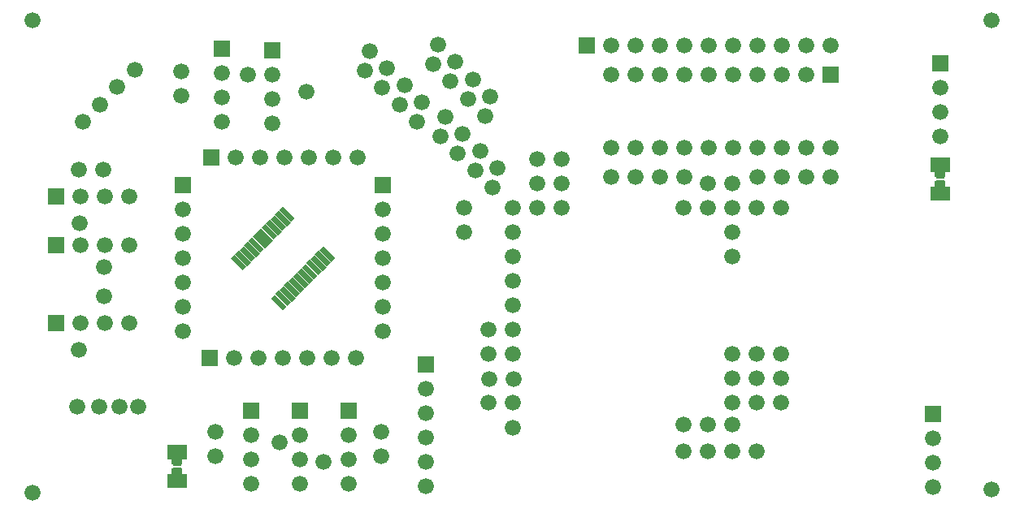
<source format=gts>
G04 start of page 6 for group -4063 idx -4063 *
G04 Title: (unknown), componentmask *
G04 Creator: pcb 20100929 *
G04 CreationDate: Mon Apr 28 19:31:08 2014 UTC *
G04 For: xpi *
G04 Format: Gerber/RS-274X *
G04 PCB-Dimensions: 400000 200000 *
G04 PCB-Coordinate-Origin: lower left *
%MOIN*%
%FSLAX25Y25*%
%LNFRONTMASK*%
%ADD11C,0.0200*%
%ADD28C,0.0660*%
%ADD29R,0.0257X0.0257*%
%ADD30R,0.0355X0.0355*%
%ADD31R,0.0572X0.0572*%
G54D28*X112500Y7000D03*
X132500D03*
X372000Y5500D03*
X164000Y6000D03*
G54D11*G36*
X368700Y38800D02*Y32200D01*
X375300D01*
Y38800D01*
X368700D01*
G37*
G54D28*X372000Y25500D03*
Y15500D03*
X164000Y16000D03*
G54D11*G36*
X371700Y182800D02*Y176200D01*
X378300D01*
Y182800D01*
X371700D01*
G37*
G54D28*X375000Y169500D03*
Y159500D03*
Y149500D03*
G54D11*G36*
X326700Y178300D02*Y171700D01*
X333300D01*
Y178300D01*
X326700D01*
G37*
G54D28*X320000Y175000D03*
X310000D03*
Y145000D03*
X320000D03*
X330000D03*
X300000Y175000D03*
X290000D03*
X280000D03*
X270000Y145000D03*
X280000D03*
X290000D03*
X300000D03*
X280000Y187000D03*
X290000D03*
X300000D03*
X310000D03*
X320000D03*
X330000D03*
X270000Y175000D03*
X260000D03*
Y187000D03*
X270000D03*
X240000Y175000D03*
Y145000D03*
X250000D03*
X260000D03*
X250000Y175000D03*
G54D11*G36*
X226700Y190300D02*Y183700D01*
X233300D01*
Y190300D01*
X226700D01*
G37*
G54D28*X240000Y187000D03*
X250000D03*
G54D11*G36*
X9200Y108300D02*Y101700D01*
X15800D01*
Y108300D01*
X9200D01*
G37*
G36*
Y128300D02*Y121700D01*
X15800D01*
Y128300D01*
X9200D01*
G37*
G54D28*X22500Y105000D03*
Y125000D03*
X32500Y105000D03*
Y125000D03*
X42500Y105000D03*
Y125000D03*
G54D11*G36*
X9200Y76300D02*Y69700D01*
X15800D01*
Y76300D01*
X9200D01*
G37*
G54D28*X22500Y73000D03*
X32500D03*
X42500D03*
X101000Y165000D03*
Y155000D03*
G54D11*G36*
X77200Y188800D02*Y182200D01*
X83800D01*
Y188800D01*
X77200D01*
G37*
G54D28*X80500Y175500D03*
G54D11*G36*
X97700Y188300D02*Y181700D01*
X104300D01*
Y188300D01*
X97700D01*
G37*
G54D28*X101000Y175000D03*
X80500Y165500D03*
Y155500D03*
G54D11*G36*
X72700Y144300D02*Y137700D01*
X79300D01*
Y144300D01*
X72700D01*
G37*
G54D28*X86000Y141000D03*
X96000D03*
X106000D03*
X116000D03*
X126000D03*
X136000D03*
G54D11*G36*
X143200Y132800D02*Y126200D01*
X149800D01*
Y132800D01*
X143200D01*
G37*
G54D28*X146500Y119500D03*
Y109500D03*
Y99500D03*
G54D11*G36*
X61200Y132800D02*Y126200D01*
X67800D01*
Y132800D01*
X61200D01*
G37*
G54D28*X64500Y119500D03*
Y109500D03*
Y99500D03*
Y89500D03*
Y79500D03*
Y69500D03*
G54D11*G36*
X72200Y61800D02*Y55200D01*
X78800D01*
Y61800D01*
X72200D01*
G37*
G54D28*X85500Y58500D03*
X95500D03*
G54D11*G36*
X89200Y40300D02*Y33700D01*
X95800D01*
Y40300D01*
X89200D01*
G37*
G54D28*X92500Y27000D03*
Y17000D03*
Y7000D03*
X146500Y89500D03*
Y79500D03*
G54D11*G36*
X160700Y59300D02*Y52700D01*
X167300D01*
Y59300D01*
X160700D01*
G37*
G54D28*X164000Y46000D03*
X146500Y69500D03*
X125500Y58500D03*
X135500D03*
G54D11*G36*
X129200Y40300D02*Y33700D01*
X135800D01*
Y40300D01*
X129200D01*
G37*
G54D28*X132500Y27000D03*
X105500Y58500D03*
X115500D03*
G54D11*G36*
X109200Y40300D02*Y33700D01*
X115800D01*
Y40300D01*
X109200D01*
G37*
G54D28*X112500Y27000D03*
Y17000D03*
X132500D03*
X164000Y36000D03*
Y26000D03*
X396254Y197196D03*
Y4696D03*
X2754Y3196D03*
Y197196D03*
X21938Y135931D03*
X23414Y155636D03*
X31938Y135931D03*
X30485Y162707D03*
X22000Y114000D03*
X32000Y96000D03*
Y84000D03*
X21938Y61931D03*
X21151Y38627D03*
X30222Y38556D03*
X104000Y24000D03*
X122000Y16000D03*
X145931Y28062D03*
Y18062D03*
X77931Y28062D03*
Y18062D03*
X46000Y38500D03*
X141151Y184627D03*
X289931Y110062D03*
Y100062D03*
Y120062D03*
Y130062D03*
X279931D03*
Y120062D03*
X269931D03*
X299931D03*
X309931D03*
X240000Y133000D03*
X270000D03*
X260000D03*
X250000D03*
X330000D03*
X320000D03*
X310000D03*
X300000D03*
X299931Y50062D03*
X289931Y60062D03*
X309931Y50062D03*
Y60062D03*
X299931D03*
X269899Y31061D03*
X269931Y20062D03*
X279899Y31061D03*
X289931Y50062D03*
X299931Y40062D03*
X309931D03*
X289899Y31061D03*
Y40061D03*
X289931Y20062D03*
X299931D03*
X279931D03*
X38500Y38500D03*
X199884Y29948D03*
X199899Y40061D03*
X189899D03*
X199931Y90062D03*
Y80062D03*
Y60062D03*
Y70062D03*
X199965Y50038D03*
X189931Y60062D03*
Y70062D03*
X189965Y50038D03*
X91000Y175000D03*
X63931Y176062D03*
Y166062D03*
X37556Y169778D03*
X44627Y176849D03*
X115000Y168000D03*
X160364Y155414D03*
X153293Y162485D03*
X162364Y163414D03*
X170151Y149627D03*
X179222Y150556D03*
X172151Y157627D03*
X146222Y169556D03*
X139151Y176627D03*
X155293Y170485D03*
X148222Y177556D03*
X188364Y157914D03*
X181293Y164985D03*
X190364Y165914D03*
X183293Y172985D03*
X174222Y172056D03*
X167151Y179127D03*
X176222Y180056D03*
X169151Y187127D03*
X209931Y120062D03*
X199931D03*
Y110062D03*
X219931Y120062D03*
X179931D03*
X199931Y100062D03*
X179931Y110062D03*
X191364Y128414D03*
X184293Y135485D03*
X193364Y136414D03*
X209931Y130062D03*
X219931D03*
X209931Y140062D03*
X219931D03*
X177222Y142556D03*
X186293Y143485D03*
G54D11*G36*
X91136Y106444D02*X96018Y101561D01*
X94393Y99936D01*
X89510Y104818D01*
X91136Y106444D01*
G37*
G36*
X89326Y104634D02*X94209Y99753D01*
X92584Y98127D01*
X87701Y103008D01*
X89326Y104634D01*
G37*
G36*
X87517Y102825D02*X92399Y97942D01*
X90774Y96317D01*
X85891Y101199D01*
X87517Y102825D01*
G37*
G36*
X85707Y101015D02*X90590Y96134D01*
X88965Y94508D01*
X84082Y99389D01*
X85707Y101015D01*
G37*
G54D29*X61607Y12426D02*X62393D01*
X61607Y15574D02*X62393D01*
G54D30*X61508Y16559D02*X62492D01*
G54D31*X60819Y19905D02*X63181D01*
G54D30*X61508Y11441D02*X62492D01*
G54D31*X60819Y8095D02*X63181D01*
G54D11*G36*
X100183Y115491D02*X105065Y110608D01*
X103440Y108983D01*
X98557Y113865D01*
X100183Y115491D01*
G37*
G36*
X98374Y113681D02*X103256Y108798D01*
X101631Y107173D01*
X96748Y112055D01*
X98374Y113681D01*
G37*
G36*
X96564Y111872D02*X101446Y106989D01*
X99821Y105364D01*
X94938Y110246D01*
X96564Y111872D01*
G37*
G36*
X94755Y110063D02*X99637Y105180D01*
X98012Y103555D01*
X93129Y108437D01*
X94755Y110063D01*
G37*
G36*
X105612Y120919D02*X110493Y116036D01*
X108867Y114411D01*
X103986Y119294D01*
X105612Y120919D01*
G37*
G36*
X103802Y119110D02*X108684Y114227D01*
X107059Y112602D01*
X102176Y117484D01*
X103802Y119110D01*
G37*
G36*
X101993Y117300D02*X106874Y112417D01*
X105248Y110792D01*
X100367Y115675D01*
X101993Y117300D01*
G37*
G36*
X92946Y108253D02*X97828Y103370D01*
X96203Y101745D01*
X91320Y106627D01*
X92946Y108253D01*
G37*
G54D29*X374607Y130426D02*X375393D01*
X374607Y133574D02*X375393D01*
G54D30*X374508Y134559D02*X375492D01*
G54D31*X373819Y137905D02*X376181D01*
G54D30*X374508Y129441D02*X375492D01*
G54D31*X373819Y126095D02*X376181D01*
G54D11*G36*
X102133Y84591D02*X107014Y79708D01*
X105388Y78083D01*
X100507Y82966D01*
X102133Y84591D01*
G37*
G36*
X103942Y86400D02*X108824Y81517D01*
X107199Y79892D01*
X102316Y84774D01*
X103942Y86400D01*
G37*
G36*
X105752Y88210D02*X110633Y83327D01*
X109007Y81702D01*
X104126Y86585D01*
X105752Y88210D01*
G37*
G36*
X107561Y90019D02*X112443Y85136D01*
X110818Y83511D01*
X105935Y88393D01*
X107561Y90019D01*
G37*
G36*
X109370Y91829D02*X114252Y86946D01*
X112627Y85321D01*
X107744Y90203D01*
X109370Y91829D01*
G37*
G36*
X111180Y93638D02*X116062Y88755D01*
X114437Y87130D01*
X109554Y92012D01*
X111180Y93638D01*
G37*
G36*
X112989Y95447D02*X117871Y90564D01*
X116246Y88939D01*
X111363Y93821D01*
X112989Y95447D01*
G37*
G36*
X114798Y97257D02*X119680Y92374D01*
X118055Y90749D01*
X113172Y95631D01*
X114798Y97257D01*
G37*
G36*
X116608Y99066D02*X121490Y94183D01*
X119865Y92558D01*
X114982Y97440D01*
X116608Y99066D01*
G37*
G36*
X118416Y100875D02*X123299Y95994D01*
X121674Y94368D01*
X116791Y99249D01*
X118416Y100875D01*
G37*
G36*
X120227Y102685D02*X125109Y97802D01*
X123484Y96177D01*
X118601Y101059D01*
X120227Y102685D01*
G37*
G36*
X122035Y104494D02*X126918Y99613D01*
X125293Y97987D01*
X120410Y102868D01*
X122035Y104494D01*
G37*
M02*

</source>
